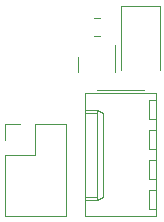
<source format=gto>
%TF.GenerationSoftware,KiCad,Pcbnew,(6.0.2)*%
%TF.CreationDate,2022-03-13T08:59:08-04:00*%
%TF.ProjectId,ArduinoConnector,41726475-696e-46f4-936f-6e6e6563746f,v1*%
%TF.SameCoordinates,Original*%
%TF.FileFunction,Legend,Top*%
%TF.FilePolarity,Positive*%
%FSLAX46Y46*%
G04 Gerber Fmt 4.6, Leading zero omitted, Abs format (unit mm)*
G04 Created by KiCad (PCBNEW (6.0.2)) date 2022-03-13 08:59:08*
%MOMM*%
%LPD*%
G01*
G04 APERTURE LIST*
%ADD10C,0.120000*%
G04 APERTURE END LIST*
D10*
%TO.C,J1*%
X118895000Y-90645000D02*
X120225000Y-90645000D01*
X121495000Y-90645000D02*
X124095000Y-90645000D01*
X118895000Y-93245000D02*
X118895000Y-98385000D01*
X118895000Y-91975000D02*
X118895000Y-90645000D01*
X121495000Y-93245000D02*
X121495000Y-90645000D01*
X118895000Y-93245000D02*
X121495000Y-93245000D01*
X118895000Y-98385000D02*
X124095000Y-98385000D01*
X124095000Y-90645000D02*
X124095000Y-98385000D01*
%TO.C,Q1*%
X125140000Y-85600000D02*
X125140000Y-86250000D01*
X128260000Y-85600000D02*
X128260000Y-86250000D01*
X125140000Y-85600000D02*
X125140000Y-84950000D01*
X128260000Y-85600000D02*
X128260000Y-83925000D01*
%TO.C,R1*%
X126472936Y-83135000D02*
X126927064Y-83135000D01*
X126472936Y-81665000D02*
X126927064Y-81665000D01*
%TO.C,D1*%
X132050000Y-80600000D02*
X128750000Y-80600000D01*
X132050000Y-80600000D02*
X132050000Y-86000000D01*
X128750000Y-80600000D02*
X128750000Y-86000000D01*
%TO.C,J2*%
X126710000Y-89400000D02*
X127240000Y-89650000D01*
X125710000Y-88020000D02*
X125710000Y-98400000D01*
X131730000Y-98400000D02*
X131730000Y-88020000D01*
X131130000Y-90200000D02*
X131730000Y-90200000D01*
X131130000Y-93680000D02*
X131130000Y-95280000D01*
X131730000Y-88600000D02*
X131130000Y-88600000D01*
X131130000Y-97820000D02*
X131730000Y-97820000D01*
X127240000Y-89650000D02*
X127240000Y-96770000D01*
X131130000Y-88600000D02*
X131130000Y-90200000D01*
X130700000Y-87730000D02*
X126700000Y-87730000D01*
X131730000Y-91140000D02*
X131130000Y-91140000D01*
X131130000Y-91140000D02*
X131130000Y-92740000D01*
X131130000Y-92740000D02*
X131730000Y-92740000D01*
X131130000Y-96220000D02*
X131130000Y-97820000D01*
X131730000Y-88020000D02*
X125710000Y-88020000D01*
X127240000Y-96770000D02*
X126710000Y-97020000D01*
X125710000Y-96770000D02*
X126710000Y-96770000D01*
X125710000Y-89650000D02*
X126710000Y-89650000D01*
X131130000Y-95280000D02*
X131730000Y-95280000D01*
X131730000Y-96220000D02*
X131130000Y-96220000D01*
X126710000Y-89400000D02*
X126710000Y-97020000D01*
X126710000Y-97020000D02*
X125710000Y-97020000D01*
X125710000Y-89400000D02*
X126710000Y-89400000D01*
X125710000Y-98400000D02*
X131730000Y-98400000D01*
X131730000Y-93680000D02*
X131130000Y-93680000D01*
%TD*%
M02*

</source>
